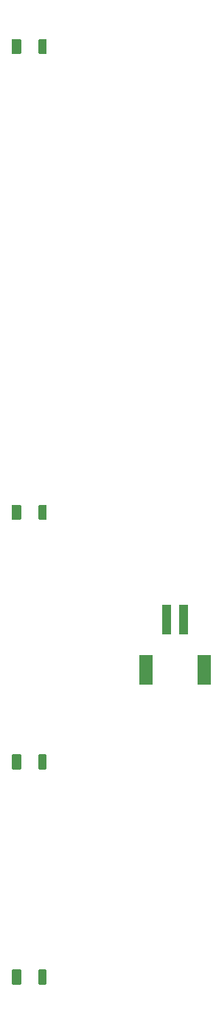
<source format=gbr>
G04 #@! TF.GenerationSoftware,KiCad,Pcbnew,(5.1.7)-1*
G04 #@! TF.CreationDate,2021-11-09T10:37:56-06:00*
G04 #@! TF.ProjectId,cutdown,63757464-6f77-46e2-9e6b-696361645f70,3.1*
G04 #@! TF.SameCoordinates,Original*
G04 #@! TF.FileFunction,Paste,Bot*
G04 #@! TF.FilePolarity,Positive*
%FSLAX46Y46*%
G04 Gerber Fmt 4.6, Leading zero omitted, Abs format (unit mm)*
G04 Created by KiCad (PCBNEW (5.1.7)-1) date 2021-11-09 10:37:56*
%MOMM*%
%LPD*%
G01*
G04 APERTURE LIST*
%ADD10R,1.000000X3.500000*%
%ADD11R,1.500000X3.400000*%
G04 APERTURE END LIST*
D10*
X139462000Y-92075000D03*
X141462000Y-92075000D03*
D11*
X137112000Y-97825000D03*
X143812000Y-97825000D03*
G36*
G01*
X124768000Y-27188200D02*
X124768000Y-25643800D01*
G75*
G02*
X124880800Y-25531000I112800J0D01*
G01*
X125595200Y-25531000D01*
G75*
G02*
X125708000Y-25643800I0J-112800D01*
G01*
X125708000Y-27188200D01*
G75*
G02*
X125595200Y-27301000I-112800J0D01*
G01*
X124880800Y-27301000D01*
G75*
G02*
X124768000Y-27188200I0J112800D01*
G01*
G37*
G36*
G01*
X121688000Y-27170200D02*
X121688000Y-25661800D01*
G75*
G02*
X121818800Y-25531000I130800J0D01*
G01*
X122647200Y-25531000D01*
G75*
G02*
X122778000Y-25661800I0J-130800D01*
G01*
X122778000Y-27170200D01*
G75*
G02*
X122647200Y-27301000I-130800J0D01*
G01*
X121818800Y-27301000D01*
G75*
G02*
X121688000Y-27170200I0J130800D01*
G01*
G37*
G36*
G01*
X121688000Y-80510200D02*
X121688000Y-79001800D01*
G75*
G02*
X121818800Y-78871000I130800J0D01*
G01*
X122647200Y-78871000D01*
G75*
G02*
X122778000Y-79001800I0J-130800D01*
G01*
X122778000Y-80510200D01*
G75*
G02*
X122647200Y-80641000I-130800J0D01*
G01*
X121818800Y-80641000D01*
G75*
G02*
X121688000Y-80510200I0J130800D01*
G01*
G37*
G36*
G01*
X124768000Y-80528200D02*
X124768000Y-78983800D01*
G75*
G02*
X124880800Y-78871000I112800J0D01*
G01*
X125595200Y-78871000D01*
G75*
G02*
X125708000Y-78983800I0J-112800D01*
G01*
X125708000Y-80528200D01*
G75*
G02*
X125595200Y-80641000I-112800J0D01*
G01*
X124880800Y-80641000D01*
G75*
G02*
X124768000Y-80528200I0J112800D01*
G01*
G37*
G36*
G01*
X124768000Y-133741200D02*
X124768000Y-132196800D01*
G75*
G02*
X124880800Y-132084000I112800J0D01*
G01*
X125595200Y-132084000D01*
G75*
G02*
X125708000Y-132196800I0J-112800D01*
G01*
X125708000Y-133741200D01*
G75*
G02*
X125595200Y-133854000I-112800J0D01*
G01*
X124880800Y-133854000D01*
G75*
G02*
X124768000Y-133741200I0J112800D01*
G01*
G37*
G36*
G01*
X121688000Y-133723200D02*
X121688000Y-132214800D01*
G75*
G02*
X121818800Y-132084000I130800J0D01*
G01*
X122647200Y-132084000D01*
G75*
G02*
X122778000Y-132214800I0J-130800D01*
G01*
X122778000Y-133723200D01*
G75*
G02*
X122647200Y-133854000I-130800J0D01*
G01*
X121818800Y-133854000D01*
G75*
G02*
X121688000Y-133723200I0J130800D01*
G01*
G37*
G36*
G01*
X124768000Y-109103200D02*
X124768000Y-107558800D01*
G75*
G02*
X124880800Y-107446000I112800J0D01*
G01*
X125595200Y-107446000D01*
G75*
G02*
X125708000Y-107558800I0J-112800D01*
G01*
X125708000Y-109103200D01*
G75*
G02*
X125595200Y-109216000I-112800J0D01*
G01*
X124880800Y-109216000D01*
G75*
G02*
X124768000Y-109103200I0J112800D01*
G01*
G37*
G36*
G01*
X121688000Y-109085200D02*
X121688000Y-107576800D01*
G75*
G02*
X121818800Y-107446000I130800J0D01*
G01*
X122647200Y-107446000D01*
G75*
G02*
X122778000Y-107576800I0J-130800D01*
G01*
X122778000Y-109085200D01*
G75*
G02*
X122647200Y-109216000I-130800J0D01*
G01*
X121818800Y-109216000D01*
G75*
G02*
X121688000Y-109085200I0J130800D01*
G01*
G37*
M02*

</source>
